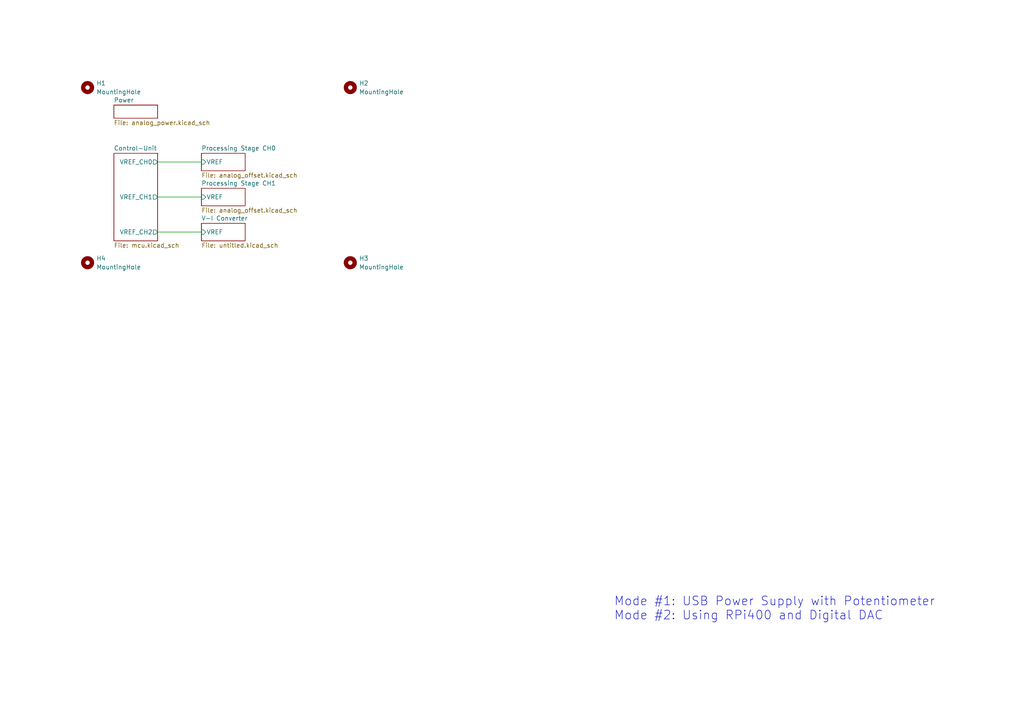
<source format=kicad_sch>
(kicad_sch (version 20231120) (generator "eeschema") (generator_version "8.0")
  (paper "A4")
  (lib_symbols
    (symbol "Mechanical:MountingHole" (pin_names (offset 1.016)) (exclude_from_sim yes) (in_bom no)
      (property "Reference" "H" (at 0 5.08 0))
      (property "Value" "MountingHole" (at 0 3.175 0))
      (symbol "MountingHole_0_1"
        (circle (center 0 0) (radius 1.27) (stroke (width 1.27)))
      )
    )
  )
  (wire (pts (xy 45.72 67.31) (xy 58.42 67.31)))
  (wire (pts (xy 45.72 46.99) (xy 58.42 46.99)))
  (wire (pts (xy 45.72 57.15) (xy 58.42 57.15)))
  (text "Mode #1: USB Power Supply with Potentiometer\nMode #2: Using RPi400 and Digital DAC" (at 178.054 180.086 0) (effects (font (size 2.54 2.54)) (justify left bottom)))
  (symbol (lib_id "Mechanical:MountingHole") (at 25.4 76.2 0) (unit 1) (exclude_from_sim yes) (in_bom no)
    (property "Reference" "H4" (at 27.94 74.9299 0) (effects (justify left)))
    (property "Value" "MountingHole" (at 27.94 77.4699 0) (effects (justify left)))
    (property "Footprint" "MountingHole:MountingHole_3.2mm_M3" (effects (hide yes)))
    (property "Description" "Mounting Hole without connection" (effects (hide yes)))
  )
  (symbol (lib_id "Mechanical:MountingHole") (at 101.6 76.2 0) (unit 1) (exclude_from_sim yes) (in_bom no)
    (property "Reference" "H3" (at 104.14 74.9299 0) (effects (justify left)))
    (property "Value" "MountingHole" (at 104.14 77.4699 0) (effects (justify left)))
    (property "Footprint" "MountingHole:MountingHole_3.2mm_M3" (effects (hide yes)))
    (property "Description" "Mounting Hole without connection" (effects (hide yes)))
  )
  (symbol (lib_id "Mechanical:MountingHole") (at 25.4 25.4 0) (unit 1) (exclude_from_sim yes) (in_bom no)
    (property "Reference" "H1" (at 27.94 24.1299 0) (effects (justify left)))
    (property "Value" "MountingHole" (at 27.94 26.6699 0) (effects (justify left)))
    (property "Footprint" "MountingHole:MountingHole_3.2mm_M3" (effects (hide yes)))
    (property "Description" "Mounting Hole without connection" (effects (hide yes)))
  )
  (symbol (lib_id "Mechanical:MountingHole") (at 101.6 25.4 0) (unit 1) (exclude_from_sim yes) (in_bom no)
    (property "Reference" "H2" (at 104.14 24.1299 0) (effects (justify left)))
    (property "Value" "MountingHole" (at 104.14 26.6699 0) (effects (justify left)))
    (property "Footprint" "MountingHole:MountingHole_3.2mm_M3" (effects (hide yes)))
    (property "Description" "Mounting Hole without connection" (effects (hide yes)))
  )
  (sheet (at 58.42 54.61) (size 12.7 5.08) (stroke (width 0.1524))
    (property "Sheetname" "Processing Stage CH1" (at 58.42 53.8984 0) (effects (justify left bottom)))
    (property "Sheetfile" "analog_offset.kicad_sch" (at 58.42 60.2746 0) (effects (justify left top)))
    (pin "VREF" input (at 58.42 57.15 180))
  )
  (sheet (at 33.02 30.48) (size 12.7 3.81) (stroke (width 0.1524))
    (property "Sheetname" "Power" (at 33.02 29.7684 0) (effects (justify left bottom)))
    (property "Sheetfile" "analog_power.kicad_sch" (at 33.02 34.8746 0) (effects (justify left top)))
  )
  (sheet (at 33.02 44.45) (size 12.7 25.4) (stroke (width 0.1524))
    (property "Sheetname" "Control-Unit" (at 33.02 43.7384 0) (effects (justify left bottom)))
    (property "Sheetfile" "mcu.kicad_sch" (at 33.02 70.4346 0) (effects (justify left top)))
    (pin "VREF_CH0" output (at 45.72 46.99 0))
    (pin "VREF_CH1" output (at 45.72 57.15 0))
    (pin "VREF_CH2" output (at 45.72 67.31 0))
  )
  (sheet (at 58.42 64.77) (size 12.7 5.08) (stroke (width 0.1524))
    (property "Sheetname" "V-I Converter" (at 58.42 64.0584 0) (effects (justify left bottom)))
    (property "Sheetfile" "untitled.kicad_sch" (at 58.42 70.4346 0) (effects (justify left top)))
    (pin "VREF" input (at 58.42 67.31 180))
  )
  (sheet (at 58.42 44.45) (size 12.7 5.08) (stroke (width 0.1524))
    (property "Sheetname" "Processing Stage CH0" (at 58.42 43.7384 0) (effects (justify left bottom)))
    (property "Sheetfile" "analog_offset.kicad_sch" (at 58.42 50.1146 0) (effects (justify left top)))
    (pin "VREF" input (at 58.42 46.99 180))
  )
)
</source>
